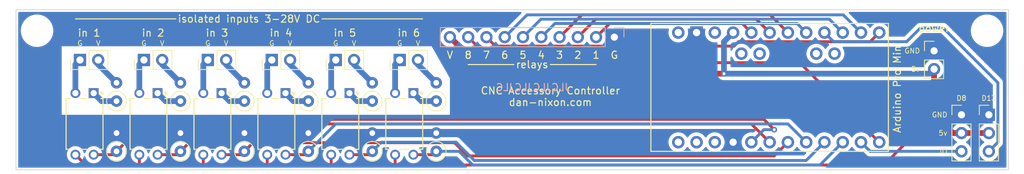
<source format=kicad_pcb>
(kicad_pcb (version 20221018) (generator pcbnew)
  (layers (0 "F.Cu" signal) (31 "B.Cu" signal) (34 "B.Paste" user) (35 "F.Paste" user) (36 "B.SilkS" user "B.Silkscreen") (37 "F.SilkS" user "F.Silkscreen") (38 "B.Mask" user) (39 "F.Mask" user) (44 "Edge.Cuts" user))
  (net 0 "")
  (net 1 "GND")
  (net 2 "+5V")
  (net 3 "/RELAY_1")
  (net 4 "/RELAY_2")
  (net 5 "/RELAY_3")
  (net 6 "/RELAY_4")
  (net 7 "/RELAY_5")
  (net 8 "/RELAY_6")
  (net 9 "/RELAY_7")
  (net 10 "/RELAY_8")
  (net 11 "/I2C_SDA")
  (net 12 "/I2C_SCL")
  (net 13 "/SERIAL_RX")
  (net 14 "/SERIAL_TX")
  (net 15 "/D8")
  (net 16 "/D13")
  (net 17 "Net-(J5-Pin_1)")
  (net 18 "Net-(J5-Pin_2)")
  (net 19 "Net-(J6-Pin_1)")
  (net 20 "Net-(J6-Pin_2)")
  (net 21 "Net-(J7-Pin_1)")
  (net 22 "Net-(J7-Pin_2)")
  (net 26 "Net-(J8-Pin_1)")
  (net 27 "Net-(J8-Pin_2)")
  (net 28 "Net-(J9-Pin_1)")
  (net 29 "Net-(J9-Pin_2)")
  (net 30 "Net-(J10-Pin_1)")
  (net 31 "Net-(J10-Pin_2)")
  (net 32 "/OPTO_1")
  (net 33 "/OPTO_2")
  (net 34 "/OPTO_3")
  (net 35 "/OPTO_4")
  (net 36 "/OPTO_5")
  (net 37 "/OPTO_6")
  (net 38 "Net-(U1-A)")
  (net 39 "Net-(U2-A)")
  (net 40 "Net-(U3-A)")
  (net 41 "Net-(U4-A)")
  (net 42 "Net-(U5-A)")
  (net 43 "Net-(U6-A)")
  (footprint "Connector_PinHeader_2.54mm:PinHeader_1x02_P2.54mm_Vertical" (layer "F.Cu") (at 142.24 64.135 90)
    (fp_text reference "J10" hide)
    (fp_text value "Conn_01x02")
    (fp_line (start -1.33 -1.33) (end 0 -1.33) (stroke (width 0.12)) (layer "F.SilkS"))
    (fp_line (start -1.33 0) (end -1.33 -1.33) (stroke (width 0.12)) (layer "F.SilkS"))
    (fp_line (start -1.33 1.27) (end -1.33 3.87) (stroke (width 0.12)) (layer "F.SilkS"))
    (fp_line (start -1.33 1.27) (end 1.33 1.27) (stroke (width 0.12)) (layer "F.SilkS"))
    (fp_line (start -1.33 3.87) (end 1.33 3.87) (stroke (width 0.12)) (layer "F.SilkS"))
    (fp_line (start 1.33 1.27) (end 1.33 3.87) (stroke (width 0.12)) (layer "F.SilkS"))
    (pad "1" thru_hole rect (at 0 0 90) (size 1.7 1.7) (drill 1) (layers "*.Cu" "*.Mask") (net 30 "Net-(J10-Pin_1)"))
    (pad "2" thru_hole oval (at 0 2.54 90) (size 1.7 1.7) (drill 1) (layers "*.Cu" "*.Mask") (net 31 "Net-(J10-Pin_2)"))
  )
  (footprint "Resistor_THT:R_Axial_DIN0207_L6.3mm_D2.5mm_P2.54mm_Vertical" (layer "F.Cu") (at 147.32 76.835 90)
    (fp_text reference "R12" hide)
    (fp_text value "470K")
    (fp_line (start 1.37 0) (end 1.44 0) (stroke (width 0.12)) (layer "F.SilkS"))
    (fp_circle (center 0 0) (end 1.37 0) (stroke (width 0.12)) (fill none) (layer "F.SilkS"))
    (pad "1" thru_hole circle (at 0 0 90) (size 1.6 1.6) (drill 0.8) (layers "*.Cu" "*.Mask") (net 37 "/OPTO_6"))
    (pad "2" thru_hole oval (at 2.54 0 90) (size 1.6 1.6) (drill 0.8) (layers "*.Cu" "*.Mask") (net 1 "GND"))
  )
  (footprint "Resistor_THT:R_Axial_DIN0207_L6.3mm_D2.5mm_P2.54mm_Vertical" (layer "F.Cu") (at 138.43 69.85 90)
    (fp_text reference "R9" hide)
    (fp_text value "5K6")
    (fp_line (start 1.37 0) (end 1.44 0) (stroke (width 0.12)) (layer "F.SilkS"))
    (fp_circle (center 0 0) (end 1.37 0) (stroke (width 0.12)) (fill none) (layer "F.SilkS"))
    (pad "1" thru_hole circle (at 0 0 90) (size 1.6 1.6) (drill 0.8) (layers "*.Cu" "*.Mask") (net 42 "Net-(U5-A)"))
    (pad "2" thru_hole oval (at 2.54 0 90) (size 1.6 1.6) (drill 0.8) (layers "*.Cu" "*.Mask") (net 29 "Net-(J9-Pin_2)"))
  )
  (footprint "2023-05-07_10-35-36:VO610A-3" (layer "F.Cu") (at 108.585 68.745 -90)
    (fp_text reference "U2" hide)
    (fp_text value "VO610A_VIS" hide)
    (fp_text user "*" (at 0 -1.4478 90) (layer "F.SilkS"))
    (fp_line (start 0.7494 -1.2954) (end 0.7494 -1.012405) (stroke (width 0.1524)) (layer "F.SilkS"))
    (fp_line (start 0.7494 1.012405) (end 0.7494 1.850202) (stroke (width 0.1524)) (layer "F.SilkS"))
    (fp_line (start 0.7494 3.229798) (end 0.7494 3.8354) (stroke (width 0.1524)) (layer "F.SilkS"))
    (fp_line (start 0.7494 3.8354) (end 7.8106 3.8354) (stroke (width 0.1524)) (layer "F.SilkS"))
    (fp_line (start 7.8106 -1.2954) (end 0.7494 -1.2954) (stroke (width 0.1524)) (layer "F.SilkS"))
    (fp_line (start 7.8106 -0.689798) (end 7.8106 -1.2954) (stroke (width 0.1524)) (layer "F.SilkS"))
    (fp_line (start 7.8106 1.850202) (end 7.8106 0.689798) (stroke (width 0.1524)) (layer "F.SilkS"))
    (fp_line (start 7.8106 3.8354) (end 7.8106 3.229798) (stroke (width 0.1524)) (layer "F.SilkS"))
    (pad "1" thru_hole rect (at -0.000001 0 270) (size 1.3716 1.3716) (drill 0.8636) (layers "*.Cu" "*.Mask") (net 39 "Net-(U2-A)"))
    (pad "2" thru_hole circle (at -0.000001 2.54 270) (size 1.3716 1.3716) (drill 0.8636) (layers "*.Cu" "*.Mask") (net 19 "Net-(J6-Pin_1)"))
    (pad "3" thru_hole circle (at 8.560002 2.54 270) (size 1.3716 1.3716) (drill 0.8636) (layers "*.Cu" "*.Mask") (net 2 "+5V"))
    (pad "4" thru_hole circle (at 8.560002 0 270) (size 1.3716 1.3716) (drill 0.8636) (layers "*.Cu" "*.Mask") (net 33 "/OPTO_2"))
  )
  (footprint "Connector_PinHeader_2.54mm:PinHeader_1x02_P2.54mm_Vertical" (layer "F.Cu") (at 216.535 62.865)
    (fp_text reference "J1" hide)
    (fp_text value "Conn_01x02")
    (fp_line (start -1.33 -1.33) (end 0 -1.33) (stroke (width 0.12)) (layer "F.SilkS"))
    (fp_line (start -1.33 0) (end -1.33 -1.33) (stroke (width 0.12)) (layer "F.SilkS"))
    (fp_line (start -1.33 1.27) (end -1.33 3.87) (stroke (width 0.12)) (layer "F.SilkS"))
    (fp_line (start -1.33 1.27) (end 1.33 1.27) (stroke (width 0.12)) (layer "F.SilkS"))
    (fp_line (start -1.33 3.87) (end 1.33 3.87) (stroke (width 0.12)) (layer "F.SilkS"))
    (fp_line (start 1.33 1.27) (end 1.33 3.87) (stroke (width 0.12)) (layer "F.SilkS"))
    (pad "1" thru_hole rect (at 0 0) (size 1.7 1.7) (drill 1) (layers "*.Cu" "*.Mask") (net 1 "GND"))
    (pad "2" thru_hole oval (at 0 2.54) (size 1.7 1.7) (drill 1) (layers "*.Cu" "*.Mask") (net 2 "+5V"))
  )
  (footprint "MountingHole:MountingHole_4mm" (layer "F.Cu") (at 91.821 60.071)
    (fp_text reference "H1" hide)
    (fp_text value "MountingHole")
    (pad "" np_thru_hole circle (at 0 0) (size 4 4) (drill 4) (layers "*.Cu" "*.Mask"))
  )
  (footprint "Resistor_THT:R_Axial_DIN0207_L6.3mm_D2.5mm_P2.54mm_Vertical" (layer "F.Cu") (at 129.54 69.85 90)
    (fp_text reference "R7" hide)
    (fp_text value "5K6")
    (fp_line (start 1.37 0) (end 1.44 0) (stroke (width 0.12)) (layer "F.SilkS"))
    (fp_circle (center 0 0) (end 1.37 0) (stroke (width 0.12)) (fill none) (layer "F.SilkS"))
    (pad "1" thru_hole circle (at 0 0 90) (size 1.6 1.6) (drill 0.8) (layers "*.Cu" "*.Mask") (net 41 "Net-(U4-A)"))
    (pad "2" thru_hole oval (at 2.54 0 90) (size 1.6 1.6) (drill 0.8) (layers "*.Cu" "*.Mask") (net 27 "Net-(J8-Pin_2)"))
  )
  (footprint "2023-05-07_10-35-36:VO610A-3" (layer "F.Cu") (at 99.695 68.745 -90)
    (fp_text reference "U1" hide)
    (fp_text value "VO610A_VIS" hide)
    (fp_text user "*" (at 0 -1.4478 90) (layer "F.SilkS"))
    (fp_line (start 0.7494 -1.2954) (end 0.7494 -1.012405) (stroke (width 0.1524)) (layer "F.SilkS"))
    (fp_line (start 0.7494 1.012405) (end 0.7494 1.850202) (stroke (width 0.1524)) (layer "F.SilkS"))
    (fp_line (start 0.7494 3.229798) (end 0.7494 3.8354) (stroke (width 0.1524)) (layer "F.SilkS"))
    (fp_line (start 0.7494 3.8354) (end 7.8106 3.8354) (stroke (width 0.1524)) (layer "F.SilkS"))
    (fp_line (start 7.8106 -1.2954) (end 0.7494 -1.2954) (stroke (width 0.1524)) (layer "F.SilkS"))
    (fp_line (start 7.8106 -0.689798) (end 7.8106 -1.2954) (stroke (width 0.1524)) (layer "F.SilkS"))
    (fp_line (start 7.8106 1.850202) (end 7.8106 0.689798) (stroke (width 0.1524)) (layer "F.SilkS"))
    (fp_line (start 7.8106 3.8354) (end 7.8106 3.229798) (stroke (width 0.1524)) (layer "F.SilkS"))
    (pad "1" thru_hole rect (at -0.000001 0 270) (size 1.3716 1.3716) (drill 0.8636) (layers "*.Cu" "*.Mask") (net 38 "Net-(U1-A)"))
    (pad "2" thru_hole circle (at -0.000001 2.54 270) (size 1.3716 1.3716) (drill 0.8636) (layers "*.Cu" "*.Mask") (net 17 "Net-(J5-Pin_1)"))
    (pad "3" thru_hole circle (at 8.560002 2.54 270) (size 1.3716 1.3716) (drill 0.8636) (layers "*.Cu" "*.Mask") (net 2 "+5V"))
    (pad "4" thru_hole circle (at 8.560002 0 270) (size 1.3716 1.3716) (drill 0.8636) (layers "*.Cu" "*.Mask") (net 32 "/OPTO_1"))
  )
  (footprint "MountingHole:MountingHole_4mm" (layer "F.Cu") (at 223.901 60.071)
    (fp_text reference "H2" hide)
    (fp_text value "MountingHole")
    (pad "" np_thru_hole circle (at 0 0) (size 4 4) (drill 4) (layers "*.Cu" "*.Mask"))
  )
  (footprint "Resistor_THT:R_Axial_DIN0207_L6.3mm_D2.5mm_P2.54mm_Vertical" (layer "F.Cu") (at 120.65 76.835 90)
    (fp_text reference "R6" hide)
    (fp_text value "470K")
    (fp_line (start 1.37 0) (end 1.44 0) (stroke (width 0.12)) (layer "F.SilkS"))
    (fp_circle (center 0 0) (end 1.37 0) (stroke (width 0.12)) (fill none) (layer "F.SilkS"))
    (pad "1" thru_hole circle (at 0 0 90) (size 1.6 1.6) (drill 0.8) (layers "*.Cu" "*.Mask") (net 34 "/OPTO_3"))
    (pad "2" thru_hole oval (at 2.54 0 90) (size 1.6 1.6) (drill 0.8) (layers "*.Cu" "*.Mask") (net 1 "GND"))
  )
  (footprint "Connector_PinHeader_2.54mm:PinHeader_1x02_P2.54mm_Vertical" (layer "F.Cu") (at 97.79 64.135 90)
    (fp_text reference "J5" hide)
    (fp_text value "Conn_01x02")
    (fp_line (start -1.33 -1.33) (end 0 -1.33) (stroke (width 0.12)) (layer "F.SilkS"))
    (fp_line (start -1.33 0) (end -1.33 -1.33) (stroke (width 0.12)) (layer "F.SilkS"))
    (fp_line (start -1.33 1.27) (end -1.33 3.87) (stroke (width 0.12)) (layer "F.SilkS"))
    (fp_line (start -1.33 1.27) (end 1.33 1.27) (stroke (width 0.12)) (layer "F.SilkS"))
    (fp_line (start -1.33 3.87) (end 1.33 3.87) (stroke (width 0.12)) (layer "F.SilkS"))
    (fp_line (start 1.33 1.27) (end 1.33 3.87) (stroke (width 0.12)) (layer "F.SilkS"))
    (pad "1" thru_hole rect (at 0 0 90) (size 1.7 1.7) (drill 1) (layers "*.Cu" "*.Mask") (net 17 "Net-(J5-Pin_1)"))
    (pad "2" thru_hole oval (at 0 2.54 90) (size 1.7 1.7) (drill 1) (layers "*.Cu" "*.Mask") (net 18 "Net-(J5-Pin_2)"))
  )
  (footprint "2023-05-07_10-35-36:VO610A-3" (layer "F.Cu") (at 144.145 68.745 -90)
    (fp_text reference "U6" hide)
    (fp_text value "VO610A_VIS" hide)
    (fp_text user "*" (at 0 -1.4478 90) (layer "F.SilkS"))
    (fp_line (start 0.7494 -1.2954) (end 0.7494 -1.012405) (stroke (width 0.1524)) (layer "F.SilkS"))
    (fp_line (start 0.7494 1.012405) (end 0.7494 1.850202) (stroke (width 0.1524)) (layer "F.SilkS"))
    (fp_line (start 0.7494 3.229798) (end 0.7494 3.8354) (stroke (width 0.1524)) (layer "F.SilkS"))
    (fp_line (start 0.7494 3.8354) (end 7.8106 3.8354) (stroke (width 0.1524)) (layer "F.SilkS"))
    (fp_line (start 7.8106 -1.2954) (end 0.7494 -1.2954) (stroke (width 0.1524)) (layer "F.SilkS"))
    (fp_line (start 7.8106 -0.689798) (end 7.8106 -1.2954) (stroke (width 0.1524)) (layer "F.SilkS"))
    (fp_line (start 7.8106 1.850202) (end 7.8106 0.689798) (stroke (width 0.1524)) (layer "F.SilkS"))
    (fp_line (start 7.8106 3.8354) (end 7.8106 3.229798) (stroke (width 0.1524)) (layer "F.SilkS"))
    (pad "1" thru_hole rect (at -0.000001 0 270) (size 1.3716 1.3716) (drill 0.8636) (layers "*.Cu" "*.Mask") (net 43 "Net-(U6-A)"))
    (pad "2" thru_hole circle (at -0.000001 2.54 270) (size 1.3716 1.3716) (drill 0.8636) (layers "*.Cu" "*.Mask") (net 30 "Net-(J10-Pin_1)"))
    (pad "3" thru_hole circle (at 8.560002 2.54 270) (size 1.3716 1.3716) (drill 0.8636) (layers "*.Cu" "*.Mask") (net 2 "+5V"))
    (pad "4" thru_hole circle (at 8.560002 0 270) (size 1.3716 1.3716) (drill 0.8636) (layers "*.Cu" "*.Mask") (net 37 "/OPTO_6"))
  )
  (footprint "2023-05-07_10-35-36:VO610A-3" (layer "F.Cu") (at 135.255 68.745 -90)
    (fp_text reference "U5" hide)
    (fp_text value "VO610A_VIS" hide)
    (fp_text user "*" (at 0 -1.4478 90) (layer "F.SilkS"))
    (fp_line (start 0.7494 -1.2954) (end 0.7494 -1.012405) (stroke (width 0.1524)) (layer "F.SilkS"))
    (fp_line (start 0.7494 1.012405) (end 0.7494 1.850202) (stroke (width 0.1524)) (layer "F.SilkS"))
    (fp_line (start 0.7494 3.229798) (end 0.7494 3.8354) (stroke (width 0.1524)) (layer "F.SilkS"))
    (fp_line (start 0.7494 3.8354) (end 7.8106 3.8354) (stroke (width 0.1524)) (layer "F.SilkS"))
    (fp_line (start 7.8106 -1.2954) (end 0.7494 -1.2954) (stroke (width 0.1524)) (layer "F.SilkS"))
    (fp_line (start 7.8106 -0.689798) (end 7.8106 -1.2954) (stroke (width 0.1524)) (layer "F.SilkS"))
    (fp_line (start 7.8106 1.850202) (end 7.8106 0.689798) (stroke (width 0.1524)) (layer "F.SilkS"))
    (fp_line (start 7.8106 3.8354) (end 7.8106 3.229798) (stroke (width 0.1524)) (layer "F.SilkS"))
    (pad "1" thru_hole rect (at -0.000001 0 270) (size 1.3716 1.3716) (drill 0.8636) (layers "*.Cu" "*.Mask") (net 42 "Net-(U5-A)"))
    (pad "2" thru_hole circle (at -0.000001 2.54 270) (size 1.3716 1.3716) (drill 0.8636) (layers "*.Cu" "*.Mask") (net 28 "Net-(J9-Pin_1)"))
    (pad "3" thru_hole circle (at 8.560002 2.54 270) (size 1.3716 1.3716) (drill 0.8636) (layers "*.Cu" "*.Mask") (net 2 "+5V"))
    (pad "4" thru_hole circle (at 8.560002 0 270) (size 1.3716 1.3716) (drill 0.8636) (layers "*.Cu" "*.Mask") (net 36 "/OPTO_5"))
  )
  (footprint "Connector_PinHeader_2.54mm:PinHeader_1x02_P2.54mm_Vertical" (layer "F.Cu") (at 124.465 64.135 90)
    (fp_text reference "J8" hide)
    (fp_text value "Conn_01x02")
    (fp_line (start -1.33 -1.33) (end 0 -1.33) (stroke (width 0.12)) (layer "F.SilkS"))
    (fp_line (start -1.33 0) (end -1.33 -1.33) (stroke (width 0.12)) (layer "F.SilkS"))
    (fp_line (start -1.33 1.27) (end -1.33 3.87) (stroke (width 0.12)) (layer "F.SilkS"))
    (fp_line (start -1.33 1.27) (end 1.33 1.27) (stroke (width 0.12)) (layer "F.SilkS"))
    (fp_line (start -1.33 3.87) (end 1.33 3.87) (stroke (width 0.12)) (layer "F.SilkS"))
    (fp_line (start 1.33 1.27) (end 1.33 3.87) (stroke (width 0.12)) (layer "F.SilkS"))
    (pad "1" thru_hole rect (at 0 0 90) (size 1.7 1.7) (drill 1) (layers "*.Cu" "*.Mask") (net 26 "Net-(J8-Pin_1)"))
    (pad "2" thru_hole oval (at 0 2.54 90) (size 1.7 1.7) (drill 1) (layers "*.Cu" "*.Mask") (net 27 "Net-(J8-Pin_2)"))
  )
  (footprint "Resistor_THT:R_Axial_DIN0207_L6.3mm_D2.5mm_P2.54mm_Vertical" (layer "F.Cu") (at 129.54 76.835 90)
    (fp_text reference "R8" hide)
    (fp_text value "470K")
    (fp_line (start 1.37 0) (end 1.44 0) (stroke (width 0.12)) (layer "F.SilkS"))
    (fp_circle (center 0 0) (end 1.37 0) (stroke (width 0.12)) (fill none) (layer "F.SilkS"))
    (pad "1" thru_hole circle (at 0 0 90) (size 1.6 1.6) (drill 0.8) (layers "*.Cu" "*.Mask") (net 35 "/OPTO_4"))
    (pad "2" thru_hole oval (at 2.54 0 90) (size 1.6 1.6) (drill 0.8) (layers "*.Cu" "*.Mask") (net 1 "GND"))
  )
  (footprint "Resistor_THT:R_Axial_DIN0207_L6.3mm_D2.5mm_P2.54mm_Vertical" (layer "F.Cu") (at 111.76 69.85 90)
    (fp_text reference "R3" hide)
    (fp_text value "5K6")
    (fp_line (start 1.37 0) (end 1.44 0) (stroke (width 0.12)) (layer "F.SilkS"))
    (fp_circle (center 0 0) (end 1.37 0) (stroke (width 0.12)) (fill none) (layer "F.SilkS"))
    (pad "1" thru_hole circle (at 0 0 90) (size 1.6 1.6) (drill 0.8) (layers "*.Cu" "*.Mask") (net 39 "Net-(U2-A)"))
    (pad "2" thru_hole oval (at 2.54 0 90) (size 1.6 1.6) (drill 0.8) (layers "*.Cu" "*.Mask") (net 20 "Net-(J6-Pin_2)"))
  )
  (footprint "Resistor_THT:R_Axial_DIN0207_L6.3mm_D2.5mm_P2.54mm_Vertical" (layer "F.Cu") (at 120.65 69.85 90)
    (fp_text reference "R5" hide)
    (fp_text value "5K6")
    (fp_line (start 1.37 0) (end 1.44 0) (stroke (width 0.12)) (layer "F.SilkS"))
    (fp_circle (center 0 0) (end 1.37 0) (stroke (width 0.12)) (fill none) (layer "F.SilkS"))
    (pad "1" thru_hole circle (at 0 0 90) (size 1.6 1.6) (drill 0.8) (layers "*.Cu" "*.Mask") (net 40 "Net-(U3-A)"))
    (pad "2" thru_hole oval (at 2.54 0 90) (size 1.6 1.6) (drill 0.8) (layers "*.Cu" "*.Mask") (net 22 "Net-(J7-Pin_2)"))
  )
  (footprint "Resistor_THT:R_Axial_DIN0207_L6.3mm_D2.5mm_P2.54mm_Vertical" (layer "F.Cu") (at 138.43 76.835 90)
    (fp_text reference "R10" hide)
    (fp_text value "470K")
    (fp_line (start 1.37 0) (end 1.44 0) (stroke (width 0.12)) (layer "F.SilkS"))
    (fp_circle (center 0 0) (end 1.37 0) (stroke (width 0.12)) (fill none) (layer "F.SilkS"))
    (pad "1" thru_hole circle (at 0 0 90) (size 1.6 1.6) (drill 0.8) (layers "*.Cu" "*.Mask") (net 36 "/OPTO_5"))
    (pad "2" thru_hole oval (at 2.54 0 90) (size 1.6 1.6) (drill 0.8) (layers "*.Cu" "*.Mask") (net 1 "GND"))
  )
  (footprint "Resistor_THT:R_Axial_DIN0207_L6.3mm_D2.5mm_P2.54mm_Vertical" (layer "F.Cu") (at 111.76 76.835 90)
    (fp_text reference "R4" hide)
    (fp_text value "470K")
    (fp_line (start 1.37 0) (end 1.44 0) (stroke (width 0.12)) (layer "F.SilkS"))
    (fp_circle (center 0 0) (end 1.37 0) (stroke (width 0.12)) (fill none) (layer "F.SilkS"))
    (pad "1" thru_hole circle (at 0 0 90) (size 1.6 1.6) (drill 0.8) (layers "*.Cu" "*.Mask") (net 33 "/OPTO_2"))
    (pad "2" thru_hole oval (at 2.54 0 90) (size 1.6 1.6) (drill 0.8) (layers "*.Cu" "*.Mask") (net 1 "GND"))
  )
  (footprint "2023-05-07_10-35-36:VO610A-3" (layer "F.Cu") (at 126.365 68.745 -90)
    (fp_text reference "U4" hide)
    (fp_text value "VO610A_VIS" hide)
    (fp_text user "*" (at 0 -1.4478 90) (layer "F.SilkS"))
    (fp_line (start 0.7494 -1.2954) (end 0.7494 -1.012405) (stroke (width 0.1524)) (layer "F.SilkS"))
    (fp_line (start 0.7494 1.012405) (end 0.7494 1.850202) (stroke (width 0.1524)) (layer "F.SilkS"))
    (fp_line (start 0.7494 3.229798) (end 0.7494 3.8354) (stroke (width 0.1524)) (layer "F.SilkS"))
    (fp_line (start 0.7494 3.8354) (end 7.8106 3.8354) (stroke (width 0.1524)) (layer "F.SilkS"))
    (fp_line (start 7.8106 -1.2954) (end 0.7494 -1.2954) (stroke (width 0.1524)) (layer "F.SilkS"))
    (fp_line (start 7.8106 -0.689798) (end 7.8106 -1.2954) (stroke (width 0.1524)) (layer "F.SilkS"))
    (fp_line (start 7.8106 1.850202) (end 7.8106 0.689798) (stroke (width 0.1524)) (layer "F.SilkS"))
    (fp_line (start 7.8106 3.8354) (end 7.8106 3.229798) (stroke (width 0.1524)) (layer "F.SilkS"))
    (pad "1" thru_hole rect (at -0.000001 0 270) (size 1.3716 1.3716) (drill 0.8636) (layers "*.Cu" "*.Mask") (net 41 "Net-(U4-A)"))
    (pad "2" thru_hole circle (at -0.000001 2.54 270) (size 1.3716 1.3716) (drill 0.8636) (layers "*.Cu" "*.Mask") (net 26 "Net-(J8-Pin_1)"))
    (pad "3" thru_hole circle (at 8.560002 2.54 270) (size 1.3716 1.3716) (drill 0.8636) (layers "*.Cu" "*.Mask") (net 2 "+5V"))
    (pad "4" thru_hole circle (at 8.560002 0 270) (size 1.3716 1.3716) (drill 0.8636) (layers "*.Cu" "*.Mask") (net 35 "/OPTO_4"))
  )
  (footprint "2023-05-07_10-35-36:VO610A-3" (layer "F.Cu") (at 117.475 68.745 -90)
    (fp_text reference "U3" hide)
    (fp_text value "VO610A_VIS" hide)
    (fp_text user "*" (at 0 -1.4478 90) (layer "F.SilkS"))
    (fp_line (start 0.7494 -1.2954) (end 0.7494 -1.012405) (stroke (width 0.1524)) (layer "F.SilkS"))
    (fp_line (start 0.7494 1.012405) (end 0.7494 1.850202) (stroke (width 0.1524)) (layer "F.SilkS"))
    (fp_line (start 0.7494 3.229798) (end 0.7494 3.8354) (stroke (width 0.1524)) (layer "F.SilkS"))
    (fp_line (start 0.7494 3.8354) (end 7.8106 3.8354) (stroke (width 0.1524)) (layer "F.SilkS"))
    (fp_line (start 7.8106 -1.2954) (end 0.7494 -1.2954) (stroke (width 0.1524)) (layer "F.SilkS"))
    (fp_line (start 7.8106 -0.689798) (end 7.8106 -1.2954) (stroke (width 0.1524)) (layer "F.SilkS"))
    (fp_line (start 7.8106 1.850202) (end 7.8106 0.689798) (stroke (width 0.1524)) (layer "F.SilkS"))
    (fp_line (start 7.8106 3.8354) (end 7.8106 3.229798) (stroke (width 0.1524)) (layer "F.SilkS"))
    (pad "1" thru_hole rect (at -0.000001 0 270) (size 1.3716 1.3716) (drill 0.8636) (layers "*.Cu" "*.Mask") (net 40 "Net-(U3-A)"))
    (pad "2" thru_hole circle (at -0.000001 2.54 270) (size 1.3716 1.3716) (drill 0.8636) (layers "*.Cu" "*.Mask") (net 21 "Net-(J7-Pin_1)"))
    (pad "3" thru_hole circle (at 8.560002 2.54 270) (size 1.3716 1.3716) (drill 0.8636) (layers "*.Cu" "*.Mask") (net 2 "+5V"))
    (pad "4" thru_hole circle (at 8.560002 0 270) (size 1.3716 1.3716) (drill 0.8636) (layers "*.Cu" "*.Mask") (net 34 "/OPTO_3"))
  )
  (footprint "Resistor_THT:R_Axial_DIN0207_L6.3mm_D2.5mm_P2.54mm_Vertical" (layer "F.Cu") (at 102.87 69.85 90)
    (fp_text reference "R1" hide)
    (fp_text value "5K6")
    (fp_line (start 1.37 0) (end 1.44 0) (stroke (width 0.12)) (layer "F.SilkS"))
    (fp_circle (center 0 0) (end 1.37 0) (stroke (width 0.12)) (fill none) (layer "F.SilkS"))
    (pad "1" thru_hole circle (at 0 0 90) (size 1.6 1.6) (drill 0.8) (layers "*.Cu" "*.Mask") (net 38 "Net-(U1-A)"))
    (pad "2" thru_hole oval (at 2.54 0 90) (size 1.6 1.6) (drill 0.8) (layers "*.Cu" "*.Mask") (net 18 "Net-(J5-Pin_2)"))
  )
  (footprint "Connector_PinHeader_2.54mm:PinHeader_1x02_P2.54mm_Vertical" (layer "F.Cu") (at 106.685 64.135 90)
    (fp_text reference "J6" hide)
    (fp_text value "Conn_01x02")
    (fp_line (start -1.33 -1.33) (end 0 -1.33) (stroke (width 0.12)) (layer "F.SilkS"))
    (fp_line (start -1.33 0) (end -1.33 -1.33) (stroke (width 0.12)) (layer "F.SilkS"))
    (fp_line (start -1.33 1.27) (end -1.33 3.87) (stroke (width 0.12)) (layer "F.SilkS"))
    (fp_line (start -1.33 1.27) (end 1.33 1.27) (stroke (width 0.12)) (layer "F.SilkS"))
    (fp_line (start -1.33 3.87) (end 1.33 3.87) (stroke (width 0.12)) (layer "F.SilkS"))
    (fp_line (start 1.33 1.27) (end 1.33 3.87) (stroke (width 0.12)) (layer "F.SilkS"))
    (pad "1" thru_hole rect (at 0 0 90) (size 1.7 1.7) (drill 1) (layers "*.Cu" "*.Mask") (net 19 "Net-(J6-Pin_1)"))
    (pad "2" thru_hole oval (at 0 2.54 90) (size 1.7 1.7) (drill 1) (layers "*.Cu" "*.Mask") (net 20 "Net-(J6-Pin_2)"))
  )
  (footprint "Connector_PinHeader_2.54mm:PinHeader_1x03_P2.54mm_Vertical" (layer "F.Cu") (at 224.155 71.755)
    (fp_text reference "J4" hide)
    (fp_text value "Conn_01x03")
    (fp_line (start -1.33 -1.33) (end 0 -1.33) (stroke (width 0.12)) (layer "F.SilkS"))
    (fp_line (start -1.33 0) (end -1.33 -1.33) (stroke (width 0.12)) (layer "F.SilkS"))
    (fp_line (start -1.33 1.27) (end -1.33 6.41) (stroke (width 0.12)) (layer "F.SilkS"))
    (fp_line (start -1.33 1.27) (end 1.33 1.27) (stroke (width 0.12)) (layer "F.SilkS"))
    (fp_line (start -1.33 6.41) (end 1.33 6.41) (stroke (width 0.12)) (layer "F.SilkS"))
    (fp_line (start 1.33 1.27) (end 1.33 6.41) (stroke (width 0.12)) (layer "F.SilkS"))
    (pad "1" thru_hole rect (at 0 0) (size 1.7 1.7) (drill 1) (layers "*.Cu" "*.Mask") (net 1 "GND"))
    (pad "2" thru_hole oval (at 0 2.54) (size 1.7 1.7) (drill 1) (layers "*.Cu" "*.Mask") (net 2 "+5V"))
    (pad "3" thru_hole oval (at 0 5.08) (size 1.7 1.7) (drill 1) (layers "*.Cu" "*.Mask") (net 16 "/D13"))
  )
  (footprint "Connector_PinHeader_2.54mm:PinHeader_1x02_P2.54mm_Vertical" (layer "F.Cu") (at 115.575 64.135 90)
    (fp_text reference "J7" hide)
    (fp_text value "Conn_01x02")
    (fp_line (start -1.33 -1.33) (end 0 -1.33) (stroke (width 0.12)) (layer "F.SilkS"))
    (fp_line (start -1.33 0) (end -1.33 -1.33) (stroke (width 0.12)) (layer "F.SilkS"))
    (fp_line (start -1.33 1.27) (end -1.33 3.87) (stroke (width 0.12)) (layer "F.SilkS"))
    (fp_line (start -1.33 1.27) (end 1.33 1.27) (stroke (width 0.12)) (layer "F.SilkS"))
    (fp_line (start -1.33 3.87) (end 1.33 3.87) (stroke (width 0.12)) (layer "F.SilkS"))
    (fp_line (start 1.33 1.27) (end 1.33 3.87) (stroke (width 0.12)) (layer "F.SilkS"))
    (pad "1" thru_hole rect (at 0 0 90) (size 1.7 1.7) (drill 1) (layers "*.Cu" "*.Mask") (net 21 "Net-(J7-Pin_1)"))
    (pad "2" thru_hole oval (at 0 2.54 90) (size 1.7 1.7) (drill 1) (layers "*.Cu" "*.Mask") (net 22 "Net-(J7-Pin_2)"))
  )
  (footprint "Resistor_THT:R_Axial_DIN0207_L6.3mm_D2.5mm_P2.54mm_Vertical" (layer "F.Cu") (at 147.32 69.85 90)
    (fp_text reference "R11" hide)
    (fp_text value "5K6")
    (fp_line (start 1.37 0) (end 1.44 0) (stroke (width 0.12)) (layer "F.SilkS"))
    (fp_circle (center 0 0) (end 1.37 0) (stroke (width 0.12)) (fill none) (layer "F.SilkS"))
    (pad "1" thru_hole circle (at 0 0 90) (size 1.6 1.6) (drill 0.8) (layers "*.Cu" "*.Mask") (net 43 "Net-(U6-A)"))
    (pad "2" thru_hole oval (at 2.54 0 90) (size 1.6 1.6) (drill 0.8) (layers "*.Cu" "*.Mask") (net 31 "Net-(J10-Pin_2)"))
  )
  (footprint "Connector_PinHeader_2.54mm:PinHeader_1x03_P2.54mm_Vertical" (layer "F.Cu") (at 220.345 71.755)
    (fp_text reference "J3" hide)
    (fp_text value "Conn_01x03")
    (fp_line (start -1.33 -1.33) (end 0 -1.33) (stroke (width 0.12)) (layer "F.SilkS"))
    (fp_line (start -1.33 0) (end -1.33 -1.33) (stroke (width 0.12)) (layer "F.SilkS"))
    (fp_line (start -1.33 1.27) (end -1.33 6.41) (stroke (width 0.12)) (layer "F.SilkS"))
    (fp_line (start -1.33 1.27) (end 1.33 1.27) (stroke (width 0.12)) (layer "F.SilkS"))
    (fp_line (start -1.33 6.41) (end 1.33 6.41) (stroke (width 0.12)) (layer "F.SilkS"))
    (fp_line (start 1.33 1.27) (end 1.33 6.41) (stroke (width 0.12)) (layer "F.SilkS"))
    (pad "1" thru_hole rect (at 0 0) (size 1.7 1.7) (drill 1) (layers "*.Cu" "*.Mask") (net 1 "GND"))
    (pad "2" thru_hole oval (at 0 2.54) (size 1.7 1.7) (drill 1) (layers "*.Cu" "*.Mask") (net 2 "+5V"))
    (pad "3" thru_hole oval (at 0 5.08) (size 1.7 1.7) (drill 1) (layers "*.Cu" "*.Mask") (net 15 "/D8"))
  )
  (footprint "Resistor_THT:R_Axial_DIN0207_L6.3mm_D2.5mm_P2.54mm_Vertical" (layer "F.Cu") (at 102.87 76.835 90)
    (fp_text reference "R2" hide)
    (fp_text value "470K")
    (fp_line (start 1.37 0) (end 1.44 0) (stroke (width 0.12)) (layer "F.SilkS"))
    (fp_circle (center 0 0) (end 1.37 0) (stroke (width 0.12)) (fill none) (layer "F.SilkS"))
    (pad "1" thru_hole circle (at 0 0 90) (size 1.6 1.6) (drill 0.8) (layers "*.Cu" "*.Mask") (net 32 "/OPTO_1"))
    (pad "2" thru_hole oval (at 2.54 0 90) (size 1.6 1.6) (drill 0.8) (layers "*.Cu" "*.Mask") (net 1 "GND"))
  )
  (footprint "Connector_PinHeader_2.54mm:PinHeader_1x02_P2.54mm_Vertical" (layer "F.Cu") (at 133.355 64.135 90)
    (fp_text reference "J9" hide)
    (fp_text value "Conn_01x02")
    (fp_line (start -1.33 -1.33) (end 0 -1.33) (stroke (width 0.12)) (layer "F.SilkS"))
    (fp_line (start -1.33 0) (end -1.33 -1.33) (stroke (width 0.12)) (layer "F.SilkS"))
    (fp_line (start -1.33 1.27) (end -1.33 3.87) (stroke (width 0.12)) (layer "F.SilkS"))
    (fp_line (start -1.33 1.27) (end 1.33 1.27) (stroke (width 0.12)) (layer "F.SilkS"))
    (fp_line (start -1.33 3.87) (end 1.33 3.87) (stroke (width 0.12)) (layer "F.SilkS"))
    (fp_line (start 1.33 1.27) (end 1.33 3.87) (stroke (width 0.12)) (layer "F.SilkS"))
    (pad "1" thru_hole rect (at 0 0 90) (size 1.7 1.7) (drill 1) (layers "*.Cu" "*.Mask") (net 28 "Net-(J9-Pin_1)"))
    (pad "2" thru_hole oval (at 0 2.54 90) (size 1.7 1.7) (drill 1) (layers "*.Cu" "*.Mask") (net 29 "Net-(J9-Pin_2)"))
  )
  (footprint "PCM_arduino-library:Arduino_Pro_Mini_Socket_NoSPH" (layer "F.Cu") (at 193.675 67.945 90)
    (fp_text reference "XA1" hide)
    (fp_text value "Arduino_Pro_Mini_Socket_NoSPH")
    (fp_line (start -8.89 -16.51) (end -8.89 16.51) (stroke (width 0.15)) (layer "F.SilkS"))
    (fp_line (start 8.89 -16.51) (end -8.89 -16.51) (stroke (width 0.15)) (layer "F.SilkS"))
    (fp_line (start 8.89 -16.51) (end 8.89 16.51) (stroke (width 0.15)) (layer "F.SilkS"))
    (fp_line (start 8.89 16.51) (end -8.89 16.51) (stroke (width 0.15)) (layer "F.SilkS"))
    (pad "A0" thru_hole circle (at 7.62 5.08 90) (size 1.7272 1.7272) (drill 1.016) (layers "*.Cu" "*.Mask") (net 6 "/RELAY_4"))
    (pad "A1" thru_hole circle (at 7.62 2.54 90) (size 1.7272 1.7272) (drill 1.016) (layers "*.Cu" "*.Mask") (net 5 "/RELAY_3"))
    (pad "A2" thru_hole circle (at 7.62 0 90) (size 1.7272 1.7272) (drill 1.016) (layers "*.Cu" "*.Mask") (net 4 "/RELAY_2"))
    (pad "A3" thru_hole circle (at 7.62 -2.54 90) (size 1.7272 1.7272) (drill 1.016) (layers "*.Cu" "*.Mask") (net 3 "/RELAY_1"))
    (pad "A4" thru_hole circle (at 4.6941 -1.3894 90) (size 1.7272 1.7272) (drill 1.016) (layers "*.Cu" "*.Mask") (net 11 "/I2C_SDA"))
    (pad "A5" thru_hole circle (at 4.6941 -3.9294 90) (size 1.7272 1.7272) (drill 1.016) (layers "*.Cu" "*.Mask") (net 12 "/I2C_SCL"))
    (pad "A6" thru_hole circle (at 4.6941 9.0246 90) (size 1.7272 1.7272) (drill 1.016) (layers "*.Cu" "*.Mask"))
    (pad "A7" thru_hole circle (at 4.6941 6.484 90) (size 1.7272 1.7272) (drill 1.016) (layers "*.Cu" "*.Mask"))
    (pad "D0" thru_hole circle (at -7.62 -10.16 90) (size 1.7272 1.7272) (drill 1.016) (layers "*.Cu" "*.Mask") (net 13 "/SERIAL_RX"))
    (pad "D1" thru_hole circle (at -7.62 -12.7 90) (size 1.7272 1.7272) (drill 1.016) (layers "*.Cu" "*.Mask") (net 14 "/SERIAL_TX"))
    (pad "D2" thru_hole circle (at -7.62 -2.54 90) (size 1.7272 1.7272) (drill 1.016) (layers "*.Cu" "*.Mask") (net 32 "/OPTO_1"))
    (pad "D3" thru_hole circle (at -7.62 0 90) (size 1.7272 1.7272) (drill 1.016) (layers "*.Cu" "*.Mask") (net 33 "/OPTO_2"))
    (pad "D4" thru_hole circle (at -7.62 2.54 90) (size 1.7272 1.7272) (drill 1.016) (layers "*.Cu" "*.Mask") (net 34 "/OPTO_3"))
    (pad "D5" thru_hole circle (at -7.62 5.08 90) (size 1.7272 1.7272) (drill 1.016) (layers "*.Cu" "*.Mask") (net 35 "/OPTO_4"))
    (pad "D6" thru_hole circle (at -7.62 7.62 90) (size 1.7272 1.7272) (drill 1.016) (layers "*.Cu" "*.Mask") (net 36 "/OPTO_5"))
    (pad "D7" thru_hole circle (at -7.62 10.16 90) (size 1.7272 1.7272) (drill 1.016) (layers "*.Cu" "*.Mask") (net 37 "/OPTO_6"))
    (pad "D8" thru_hole circle (at -7.62 12.7 90) (size 1.7272 1.7272) (drill 1.016) (layers "*.Cu" "*.Mask") (net 15 "/D8"))
    (pad "D9" thru_hole circle (at -7.62 15.24 90) (size 1.7272 1.7272) (drill 1.016) (layers "*.Cu" "*.Mask") (net 10 "/RELAY_8"))
    (pad "D10" thru_hole circle (at 7.62 15.24 90) (size 1.7272 1.7272) (drill 1.016) (layers "*.Cu" "*.Mask") (net 9 "/RELAY_7"))
    (pad "D11" thru_hole circle (at 7.62 12.7 90) (size 1.7272 1.7272) (drill 1.016) (layers "*.Cu" "*.Mask") (net 8 "/RELAY_6"))
    (pad "D12" thru_hole circle (at 7.62 10.16 90) (size 1.7272 1.7272) (drill 1.016) (layers "*.Cu" "*.Mask") (net 7 "/RELAY_5"))
    (pad "D13" thru_hole circle (at 7.62 7.62 90) (size 1.7272 1.7272) (drill 1.016) (layers "*.Cu" "*.Mask") (net 16 "/D13"))
    (pad "GND1" thru_hole rect (at -7.62 -5.08 90) (size 1.7272 1.7272) (drill 1.016) (layers "*.Cu" "*.Mask") (net 1 "GND"))
    (pad "GND2" thru_hole rect (at 7.62 -10.16 90) (size 1.7272 1.7272) (drill 1.016) (layers "*.Cu" "*.Mask") (net 1 "GND"))
    (pad "RAW" thru_hole circle (at 7.62 -12.7 90) (size 1.7272 1.7272) (drill 1.016) (layers "*.Cu" "*.Mask"))
    (pad "RST1" thru_hole circle (at -7.62 -7.62 90) (size 1.7272 1.7272) (drill 1.016) (layers "*.Cu" "*.Mask"))
    (pad "RST2" thru_hole circle (at 7.62 -7.62 90) (size 1.7272 1.7272) (drill 1.016) (layers "*.Cu" "*.Mask"))
    (pad "Vcc1" thru_hole circle (at 7.62 -5.08 90) (size 1.7272 1.7272) (drill 1.016) (layers "*.Cu" "*.Mask") (net 2 "+5V"))
  )
  (footprint "Connector_PinSocket_2.54mm:PinSocket_1x10_P2.54mm_Vertical" (layer "B.Cu") (at 172.085 60.96 90)
    (fp_text reference "J2" hide)
    (fp_text value "Conn_01x10")
    (fp_line (start -1.33 -24.19) (end 1.33 -24.19) (stroke (width 0.12)) (layer "B.SilkS"))
    (fp_line (start -1.33 -1.27) (end -1.33 -24.19) (stroke (width 0.12)) (layer "B.SilkS"))
    (fp_line (start -1.33 -1.27) (end 1.33 -1.27) (stroke (width 0.12)) (layer "B.SilkS"))
    (fp_line (start 0 1.33) (end 1.33 1.33) (stroke (width 0.12)) (layer "B.SilkS"))
    (fp_line (start 1.33 -1.27) (end 1.33 -24.19) (stroke (width 0.12)) (layer "B.SilkS"))
    (fp_line (start 1.33 1.33) (end 1.33 0) (stroke (width 0.12)) (layer "B.SilkS"))
    (pad "1" thru_hole rect (at 0 0 90) (size 1.7 1.7) (drill 1) (layers "*.Cu" "*.Mask") (net 1 "GND"))
    (pad "2" thru_hole oval (at 0 -2.54 90) (size 1.7 1.7) (drill 1) (layers "*.Cu" "*.Mask") (net 3 "/RELAY_1"))
    (pad "3" thru_hole oval (at 0 -5.08 90) (size 1.7 1.7) (drill 1) (layers "*.Cu" "*.Mask") (net 4 "/RELAY_2"))
    (pad "4" thru_hole oval (at 0 -7.62 90) (size 1.7 1.7) (drill 1) (layers "*.Cu" "*.Mask") (net 5 "/RELAY_3"))
    (pad "5" thru_hole oval (at 0 -10.16 90) (size 1.7 1.7) (drill 1) (layers "*.Cu" "*.Mask") (net 6 "/RELAY_4"))
    (pad "6" thru_hole oval (at 0 -12.7 90) (size 1.7 1.7) (drill 1) (layers "*.Cu" "*.Mask") (net 7 "/RELAY_5"))
    (pad "7" thru_hole oval (at 0 -15.24 90) (size 1.7 1.7) (drill 1) (layers "*.Cu" "*.Mask") (net 8 "/RELAY_6"))
    (pad "8" thru_hole oval (at 0 -17.78 90) (size 1.7 1.7) (drill 1) (layers "*.Cu" "*.Mask") (net 9 "/RELAY_7"))
    (pad "9" thru_hole oval (at 0 -20.32 90) (size 1.7 1.7) (drill 1) (layers "*.Cu" "*.Mask") (net 10 "/RELAY_8"))
    (pad "10" thru_hole oval (at 0 -22.86 90) (size 1.7 1.7) (drill 1) (layers "*.Cu" "*.Mask") (net 2 "+5V"))
  )
  (gr_line (start 111.125 58.42) (end 97.155 58.42) (stroke (width 0.15)) (layer "F.SilkS"))
  (gr_line (start 131.445 58.42) (end 145.415 58.42) (stroke (width 0.15)) (layer "F.SilkS"))
  (gr_line (start 163.195 64.77) (end 169.545 64.77) (stroke (width 0.15)) (layer "F.SilkS"))
  (gr_line (start 158.115 64.77) (end 151.765 64.77) (stroke (width 0.15)) (layer "F.SilkS"))
  (gr_rect (start 88.9 57.15) (end 226.9 79.404) (stroke (width 0.1)) (fill none) (layer "Edge.Cuts"))
  (gr_text "JLCJLCJLCJLC" (at 160.782 67.945) (layer "B.SilkS") (effects (font (size 1 1)) (justify mirror)))
  (gr_text "Arduino Pro Mini" (at 210.82 67.945 90) (layer "F.SilkS") (effects (font (size 1 1)) (justify top)))
  (gr_text "D8" (at 220.345 69.85) (layer "F.SilkS") (effects (font (size 0.7 0.7) (thickness 0.1)) (justify bottom)))
  (gr_text "G" (at 172.085 62.865) (layer "F.SilkS") (effects (font (size 1 1)) (justify top)))
  (gr_text "GND" (at 214.63 62.865) (layer "F.SilkS") (effects (font (size 0.7 0.7) (thickness 0.1)) (justify right)))
  (gr_text "6" (at 156.845 62.865) (layer "F.SilkS") (effects (font (size 1 1)) (justify top)))
  (gr_text "V" (at 144.78 62.23) (layer "F.SilkS") (effects (font (size 0.7 0.7) (thickness 0.1)) (justify bottom)))
  (gr_text "G" (at 142.24 62.23) (layer "F.SilkS") (effects (font (size 0.7 0.7) (thickness 0.1)) (justify bottom)))
  (gr_text "in 6" (at 143.51 60.96) (layer "F.SilkS") (effects (font (size 1 1)) (justify bottom)))
  (gr_text "IO" (at 218.44 76.835) (layer "F.SilkS") (effects (font (size 0.7 0.7) (thickness 0.1)) (justify right)))
  (gr_text "8" (at 151.765 62.865) (layer "F.SilkS") (effects (font (size 1 1)) (justify top)))
  (gr_text "in 2" (at 107.95 60.96) (layer "F.SilkS") (effects (font (size 1 1)) (justify bottom)))
  (gr_text "in 3" (at 116.84 60.96) (layer "F.SilkS") (effects (font (size 1 1)) (justify bottom)))
  (gr_text "GND" (at 218.44 71.755) (layer "F.SilkS") (effects (font (size 0.7 0.7) (thickness 0.1)) (justify right)))
  (gr_text "CNC Accessory Controller\ndan-nixon.com" (at 163.195 69.215) (layer "F.SilkS") (effects (font (size 1 1))))
  (gr_text "isolated inputs 3-28V DC" (at 121.285 58.42) (layer "F.SilkS") (effects (font (size 1 1))))
  (gr_text "G" (at 115.57 62.23) (layer "F.SilkS") (effects (font (size 0.7 0.7) (thickness 0.1)) (justify bottom)))
  (gr_text "power" (at 216.535 60.325) (layer "F.SilkS") (effects (font (size 1 1)) (justify bottom)))
  (gr_text "5" (at 159.385 62.865) (layer "F.SilkS") (effects (font (size 1 1)) (justify top)))
  (gr_text "G" (at 133.35 62.23) (layer "F.SilkS") (effects (font (size 0.7 0.7) (thickness 0.1)) (justify bottom)))
  (gr_text "V" (at 135.89 62.23) (layer "F.SilkS") (effects (font (size 0.7 0.7) (thickness 0.1)) (justify bottom)))
  (gr_text "2" (at 167.005 62.865) (layer "F.SilkS") (effects (font (size 1 1)) (justify top)))
  (gr_text "V" (at 100.33 62.23) (layer "F.SilkS") (effects (font (size 0.7 0.7) (thickness 0.1)) (justify bottom)))
  (gr_text "3" (at 164.465 62.865) (layer "F.SilkS") (effects (font (size 1 1)) (justify top)))
  (gr_text "V" (at 149.225 62.865) (layer "F.SilkS") (effects (font (size 1 1)) (justify top)))
  (gr_text "G" (at 106.68 62.23) (layer "F.SilkS") (effects (font (size 0.7 0.7) (thickness 0.1)) (justify bottom)))
  (gr_text "V" (at 109.22 62.23) (layer "F.SilkS") (effects (font (size 0.7 0.7) (thickness 0.1)) (justify bottom)))
  (gr_text "7" (at 154.305 62.865) (layer "F.SilkS") (effects (font (size 1 1)) (justify top)))
  (gr_text "V" (at 118.11 62.23) (layer "F.SilkS") (effects (font (size 0.7 0.7) (thickness 0.1)) (justify bottom)))
  (gr_text "relays" (at 160.655 64.77) (layer "F.SilkS") (effects (font (size 1 1))))
  (gr_text "G" (at 124.46 62.23) (layer "F.SilkS") (effects (font (size 0.7 0.7) (thickness 0.1)) (justify bottom)))
  (gr_text "G" (at 97.79 62.23) (layer "F.SilkS") (effects (font (size 0.7 0.7) (thickness 0.1)) (justify bottom)))
  (gr_text "1" (at 169.545 62.865) (layer "F.SilkS") (effects (font (size 1 1)) (justify top)))
  (gr_text "in 1" (at 99.06 60.96) (layer "F.SilkS") (effects (font (size 1 1)) (justify bottom)))
  (gr_text "5v" (at 214.63 65.405) (layer "F.SilkS") (effects (font (size 0.7 0.7) (thickness 0.1)) (justify right)))
  (gr_text "in 4" (at 125.73 60.96) (layer "F.SilkS") (effects (font (size 1 1)) (justify bottom)))
  (gr_text "in 5" (at 134.62 60.96) (layer "F.SilkS") (effects (font (size 1 1)) (justify bottom)))
  (gr_text "V" (at 127 62.23) (layer "F.SilkS") (effects (font (size 0.7 0.7) (thickness 0.1)) (justify bottom)))
  (gr_text "4" (at 161.925 62.865) (layer "F.SilkS") (effects (font (size 1 1)) (justify top)))
  (gr_text "D13" (at 224.155 69.85) (layer "F.SilkS") (effects (font (size 0.7 0.7) (thickness 0.1)) (justify bottom)))
  (gr_text "5v" (at 218.44 74.295) (layer "F.SilkS") (effects (font (size 0.7 0.7) (thickness 0.1)) (justify right)))
  (segment (start 216.535 65.405) (end 216.535 71.687081) (width 0.8) (layer "F.Cu") (net 2))
  (segment (start 209.55 78.74) (end 213.995 74.295) (width 0.4) (layer "F.Cu") (net 2))
  (segment (start 141.605 77.305002) (end 141.605 78.74) (width 0.4) (layer "F.Cu") (net 2))
  (segment (start 97.155 77.305002) (end 98.589998 78.74) (width 0.4) (layer "F.Cu") (net 2))
  (segment (start 106.045 78.74) (end 114.935 78.74) (width 0.4) (layer "F.Cu") (net 2))
  (segment (start 213.995 74.295) (end 220.345 74.295) (width 0.4) (layer "F.Cu") (net 2))
  (segment (start 149.225 60.96) (end 154.305 66.04) (width 0.8) (layer "F.Cu") (net 2))
  (segment (start 106.045 77.305002) (end 106.045 78.74) (width 0.4) (layer "F.Cu") (net 2))
  (segment (start 98.589998 78.74) (end 106.045 78.74) (width 0.4) (layer "F.Cu") (net 2))
  (segment (start 123.825 77.305002) (end 123.825 78.74) (width 0.4) (layer "F.Cu") (net 2))
  (segment (start 132.715 78.74) (end 141.605 78.74) (width 0.4) (layer "F.Cu") (net 2))
  (segment (start 224.155 74.295) (end 220.345 74.295) (width 0.8) (layer "F.Cu") (net 2))
  (segment (start 114.935 78.74) (end 123.825 78.74) (width 0.4) (layer "F.Cu") (net 2))
  (segment (start 123.825 78.74) (end 132.715 78.74) (width 0.4) (layer "F.Cu") (net 2))
  (segment (start 114.935 77.305002) (end 114.935 78.74) (width 0.4) (layer "F.Cu") (net 2))
  (segment (start 132.715 77.305002) (end 132.715 78.74) (width 0.4) (layer "F.Cu") (net 2))
  (segment (start 154.305 66.04) (end 187.325 66.04) (width 0.8) (layer "F.Cu") (net 2))
  (segment (start 141.605 78.74) (end 209.55 78.74) (width 0.4) (layer "F.Cu") (net 2))
  (segment (start 219.142919 74.295) (end 220.345 74.295) (width 0.8) (layer "F.Cu") (net 2))
  (segment (start 216.535 71.687081) (end 219.142919 74.295) (width 0.8) (layer "F.Cu") (net 2))
  (via (at 187.325 66.04) (size 0.8) (drill 0.4) (layers "F.Cu" "B.Cu") (net 2))
  (segment (start 187.325 66.04) (end 215.9 66.04) (width 0.8) (layer "B.Cu") (net 2))
  (segment (start 188.595 60.325) (end 187.325 61.595) (width 0.8) (layer "B.Cu") (net 2))
  (segment (start 187.325 61.595) (end 187.325 66.04) (width 0.8) (layer "B.Cu") (net 2))
  (segment (start 169.545 60.96) (end 171.4436 59.0614) (width 0.4) (layer "F.Cu") (net 3))
  (segment (start 171.4436 59.0614) (end 189.8714 59.0614) (width 0.4) (layer "F.Cu") (net 3))
  (segment (start 189.8714 59.0614) (end 191.135 60.325) (width 0.4) (layer "F.Cu") (net 3))
  (segment (start 191.8114 58.4614) (end 193.675 60.325) (width 0.4) (layer "F.Cu") (net 4))
  (segment (start 169.5036 58.4614) (end 191.8114 58.4614) (width 0.4) (layer "F.Cu") (net 4))
  (segment (start 167.005 60.96) (end 169.5036 58.4614) (width 0.4) (layer "F.Cu") (net 4))
  (segment (start 167.5636 57.8614) (end 193.7514 57.8614) (width 0.4) (layer "F.Cu") (net 5))
  (segment (start 164.465 60.96) (end 167.5636 57.8614) (width 0.4) (layer "F.Cu") (net 5))
  (segment (start 193.7514 57.8614) (end 196.215 60.325) (width 0.4) (layer "F.Cu") (net 5))
  (segment (start 197.4914 59.0614) (end 198.755 60.325) (width 0.4) (layer "B.Cu") (net 6))
  (segment (start 161.925 60.96) (end 163.8236 59.0614) (width 0.4) (layer "B.Cu") (net 6))
  (segment (start 163.8236 59.0614) (end 197.4914 59.0614) (width 0.4) (layer "B.Cu") (net 6))
  (segment (start 201.9714 58.4614) (end 203.835 60.325) (width 0.4) (layer "B.Cu") (net 7))
  (segment (start 159.385 60.96) (end 161.8836 58.4614) (width 0.4) (layer "B.Cu") (net 7))
  (segment (start 161.8836 58.4614) (end 201.9714 58.4614) (width 0.4) (layer "B.Cu") (net 7))
  (segment (start 159.9436 57.8614) (end 203.9114 57.8614) (width 0.4) (layer "B.Cu") (net 8))
  (segment (start 203.9114 57.8614) (end 206.375 60.325) (width 0.4) (layer "B.Cu") (net 8))
  (segment (start 156.845 60.96) (end 159.9436 57.8614) (width 0.4) (layer "B.Cu") (net 8))
  (segment (start 188.732999 62.21) (end 189.347999 61.595) (width 0.4) (layer "F.Cu") (net 9))
  (segment (start 154.305 60.96) (end 155.555 62.21) (width 0.4) (layer "F.Cu") (net 9))
  (segment (start 207.645 61.595) (end 208.915 60.325) (width 0.4) (layer "F.Cu") (net 9))
  (segment (start 155.555 62.21) (end 188.732999 62.21) (width 0.4) (layer "F.Cu") (net 9))
  (segment (start 189.347999 61.595) (end 207.645 61.595) (width 0.4) (layer "F.Cu") (net 9))
  (segment (start 197.8645 64.5145) (end 208.915 75.565) (width 0.4) (layer "F.Cu") (net 10))
  (segment (start 151.765 60.96) (end 155.3195 64.5145) (width 0.4) (layer "F.Cu") (net 10))
  (segment (start 155.3195 64.5145) (end 197.8645 64.5145) (width 0.4) (layer "F.Cu") (net 10))
  (segment (start 206.375 75.565) (end 207.645 76.835) (width 0.4) (layer "B.Cu") (net 15))
  (segment (start 207.645 76.835) (end 220.345 76.835) (width 0.4) (layer "B.Cu") (net 15))
  (segment (start 217.805 59.69) (end 225.405 67.29) (width 0.4) (layer "B.Cu") (net 16))
  (segment (start 212.7314 61.5886) (end 214.63 59.69) (width 0.4) (layer "B.Cu") (net 16))
  (segment (start 202.5586 61.5886) (end 212.7314 61.5886) (width 0.4) (layer "B.Cu") (net 16))
  (segment (start 225.405 75.585) (end 224.155 76.835) (width 0.4) (layer "B.Cu") (net 16))
  (segment (start 214.63 59.69) (end 217.805 59.69) (width 0.4) (layer "B.Cu") (net 16))
  (segment (start 225.405 67.29) (end 225.405 75.585) (width 0.4) (layer "B.Cu") (net 16))
  (segment (start 201.295 60.325) (end 202.5586 61.5886) (width 0.4) (layer "B.Cu") (net 16))
  (segment (start 97.155 64.77) (end 97.79 64.135) (width 0.8) (layer "B.Cu") (net 17))
  (segment (start 97.155 68.744999) (end 97.155 64.77) (width 0.8) (layer "B.Cu") (net 17))
  (segment (start 100.33 64.77) (end 102.87 67.31) (width 0.8) (layer "B.Cu") (net 18))
  (segment (start 100.33 64.135) (end 100.33 64.77) (width 0.8) (layer "B.Cu") (net 18))
  (segment (start 106.045 68.744999) (end 106.045 64.775) (width 0.8) (layer "B.Cu") (net 19))
  (segment (start 106.045 64.775) (end 106.685 64.135) (width 0.8) (layer "B.Cu") (net 19))
  (segment (start 109.225 64.775) (end 111.76 67.31) (width 0.8) (layer "B.Cu") (net 20))
  (segment (start 109.225 64.135) (end 109.225 64.775) (width 0.8) (layer "B.Cu") (net 20))
  (segment (start 114.935 64.775) (end 115.575 64.135) (width 0.8) (layer "B.Cu") (net 21))
  (segment (start 114.935 68.744999) (end 114.935 64.775) (width 0.8) (layer "B.Cu") (net 21))
  (segment (start 118.115 64.135) (end 118.115 64.775) (width 0.8) (layer "B.Cu") (net 22))
  (segment (start 118.115 64.775) (end 120.65 67.31) (width 0.8) (layer "B.Cu") (net 22))
  (segment (start 123.825 64.775) (end 124.465 64.135) (width 0.8) (layer "B.Cu") (net 26))
  (segment (start 123.825 68.744999) (end 123.825 64.775) (width 0.8) (layer "B.Cu") (net 26))
  (segment (start 127.005 64.135) (end 127.005 64.775) (width 0.8) (layer "B.Cu") (net 27))
  (segment (start 127.005 64.775) (end 129.54 67.31) (width 0.8) (layer "B.Cu") (net 27))
  (segment (start 132.715 64.775) (end 133.355 64.135) (width 0.8) (layer "B.Cu") (net 28))
  (segment (start 132.715 68.744999) (end 132.715 64.775) (width 0.8) (layer "B.Cu") (net 28))
  (segment (start 135.895 64.135) (end 135.895 64.775) (width 0.8) (layer "B.Cu") (net 29))
  (segment (start 135.895 64.775) (end 138.43 67.31) (width 0.8) (layer "B.Cu") (net 29))
  (segment (start 141.605 64.77) (end 142.24 64.135) (width 0.8) (layer "B.Cu") (net 30))
  (segment (start 141.605 68.744999) (end 141.605 64.77) (width 0.8) (layer "B.Cu") (net 30))
  (segment (start 144.78 64.77) (end 147.32 67.31) (width 0.8) (layer "B.Cu") (net 31))
  (segment (start 144.78 64.135) (end 144.78 64.77) (width 0.8) (layer "B.Cu") (net 31))
  (segment (start 194.31 73.8245) (end 192.8755 72.39) (width 0.4) (layer "F.Cu") (net 32))
  (segment (start 192.8755 72.39) (end 107.315 72.39) (width 0.4) (layer "F.Cu") (net 32))
  (segment (start 99.695 77.305002) (end 102.399998 77.305002) (width 0.4) (layer "F.Cu") (net 32))
  (segment (start 102.399998 77.305002) (end 102.87 76.835) (width 0.4) (layer "F.Cu") (net 32))
  (segment (start 107.315 72.39) (end 102.87 76.835) (width 0.4) (layer "F.Cu") (net 32))
  (via (at 194.31 73.8245) (size 0.8) (drill 0.4) (layers "F.Cu" "B.Cu") (net 32))
  (segment (start 191.135 75.565) (end 192.8755 73.8245) (width 0.4) (layer "B.Cu") (net 32))
  (segment (start 192.8755 73.8245) (end 194.31 73.8245) (width 0.4) (layer "B.Cu") (net 32))
  (segment (start 193.675 75.565) (end 191.135 73.025) (width 0.4) (layer "F.Cu") (net 33))
  (segment (start 115.57 73.025) (end 111.76 76.835) (width 0.4) (layer "F.Cu") (net 33))
  (segment (start 191.135 73.025) (end 115.57 73.025) (width 0.4) (layer "F.Cu") (net 33))
  (segment (start 108.585 77.305002) (end 111.289998 77.305002) (width 0.4) (layer "F.Cu") (net 33))
  (segment (start 111.289998 77.305002) (end 111.76 76.835) (width 0.4) (layer "F.Cu") (net 33))
  (segment (start 120.65 76.835) (end 121.85 75.635) (width 0.4) (layer "F.Cu") (net 34))
  (segment (start 120.179998 77.305002) (end 120.65 76.835) (width 0.4) (layer "F.Cu") (net 34))
  (segment (start 117.475 77.305002) (end 120.179998 77.305002) (width 0.4) (layer "F.Cu") (net 34))
  (segment (start 151.695 77.47) (end 149.86 75.635) (width 0.4) (layer "F.Cu") (net 34))
  (segment (start 196.215 75.565) (end 194.31 77.47) (width 0.4) (layer "F.Cu") (net 34))
  (segment (start 194.31 77.47) (end 151.695 77.47) (width 0.4) (layer "F.Cu") (net 34))
  (segment (start 121.85 75.635) (end 149.86 75.635) (width 0.4) (layer "F.Cu") (net 34))
  (segment (start 129.069998 77.305002) (end 129.54 76.835) (width 0.4) (layer "F.Cu") (net 35))
  (segment (start 126.365 77.305002) (end 129.069998 77.305002) (width 0.4) (layer "F.Cu") (net 35))
  (segment (start 196.215 73.025) (end 198.755 75.565) (width 0.4) (layer "B.Cu") (net 35))
  (segment (start 129.54 76.835) (end 133.35 73.025) (width 0.4) (layer "B.Cu") (net 35))
  (segment (start 133.35 73.025) (end 196.215 73.025) (width 0.4) (layer "B.Cu") (net 35))
  (segment (start 135.255 77.305002) (end 137.959998 77.305002) (width 0.4) (layer "F.Cu") (net 36))
  (segment (start 137.959998 77.305002) (end 138.43 76.835) (width 0.4) (layer "F.Cu") (net 36))
  (segment (start 138.43 76.835) (end 139.7 75.565) (width 0.4) (layer "B.Cu") (net 36))
  (segment (start 150.073528 75.565) (end 149.86 75.565) (width 0.4) (layer "B.Cu") (net 36))
  (segment (start 201.295 75.565) (end 198.755 78.105) (width 0.4) (layer "B.Cu") (net 36))
  (segment (start 198.755 78.105) (end 152.613528 78.105) (width 0.4) (layer "B.Cu") (net 36))
  (segment (start 139.7 75.565) (end 149.86 75.565) (width 0.4) (layer "B.Cu") (net 36))
  (segment (start 152.613528 78.105) (end 150.073528 75.565) (width 0.4) (layer "B.Cu") (net 36))
  (segment (start 146.849998 77.305002) (end 147.32 76.835) (width 0.4) (layer "F.Cu") (net 37))
  (segment (start 144.145 77.305002) (end 146.849998 77.305002) (width 0.4) (layer "F.Cu") (net 37))
  (segment (start 150.495 76.835) (end 147.32 76.835) (width 0.4) (layer "B.Cu") (net 37))
  (segment (start 200.66 78.74) (end 152.4 78.74) (width 0.4) (layer "B.Cu") (net 37))
  (segment (start 203.835 75.565) (end 200.66 78.74) (width 0.4) (layer "B.Cu") (net 37))
  (segment (start 152.4 78.74) (end 150.495 76.835) (width 0.4) (layer "B.Cu") (net 37))
  (segment (start 102.87 69.85) (end 100.800001 69.85) (width 0.8) (layer "B.Cu") (net 38))
  (segment (start 100.800001 69.85) (end 99.695 68.744999) (width 0.8) (layer "B.Cu") (net 38))
  (segment (start 109.690001 69.85) (end 108.585 68.744999) (width 0.8) (layer "B.Cu") (net 39))
  (segment (start 111.76 69.85) (end 109.690001 69.85) (width 0.8) (layer "B.Cu") (net 39))
  (segment (start 118.580001 69.85) (end 117.475 68.744999) (width 0.8) (layer "B.Cu") (net 40))
  (segment (start 120.65 69.85) (end 118.580001 69.85) (width 0.8) (layer "B.Cu") (net 40))
  (segment (start 129.54 69.85) (end 127.470001 69.85) (width 0.8) (layer "B.Cu") (net 41))
  (segment (start 127.470001 69.85) (end 126.365 68.744999) (width 0.8) (layer "B.Cu") (net 41))
  (segment (start 138.43 69.85) (end 136.360001 69.85) (width 0.8) (layer "B.Cu") (net 42))
  (segment (start 136.360001 69.85) (end 135.255 68.744999) (width 0.8) (layer "B.Cu") (net 42))
  (segment (start 145.250001 69.85) (end 144.145 68.744999) (width 0.8) (layer "B.Cu") (net 43))
  (segment (start 147.32 69.85) (end 145.250001 69.85) (width 0.8) (layer "B.Cu") (net 43))
  (zone (net 0) (net_name "") (layers "F&B.Cu") (connect_pads (clearance 0)) (min_thickness 0.25)
    (keepout (tracks allowed) (vias allowed) (pads allowed) (copperpour not_allowed) (footprints allowed))
    (fill (thermal_gap 0.5) (thermal_bridge_width 0.5))
    (polygon (pts (xy 146.685 62.23) (xy 149.225 66.675) (xy 149.225 71.755) (xy 95.25 71.755) (xy 95.25 62.23)))
  )
  (zone (net 1) (net_name "GND") (layer "B.Cu") (connect_pads yes (clearance 0.5)) (min_thickness 0.25) (fill yes (thermal_gap 0.5) (thermal_bridge_width 0.5))
    (polygon (pts (xy 87.63 55.88) (xy 228.6 55.88) (xy 228.6 80.01) (xy 87.63 80.01)))
  )
)
</source>
